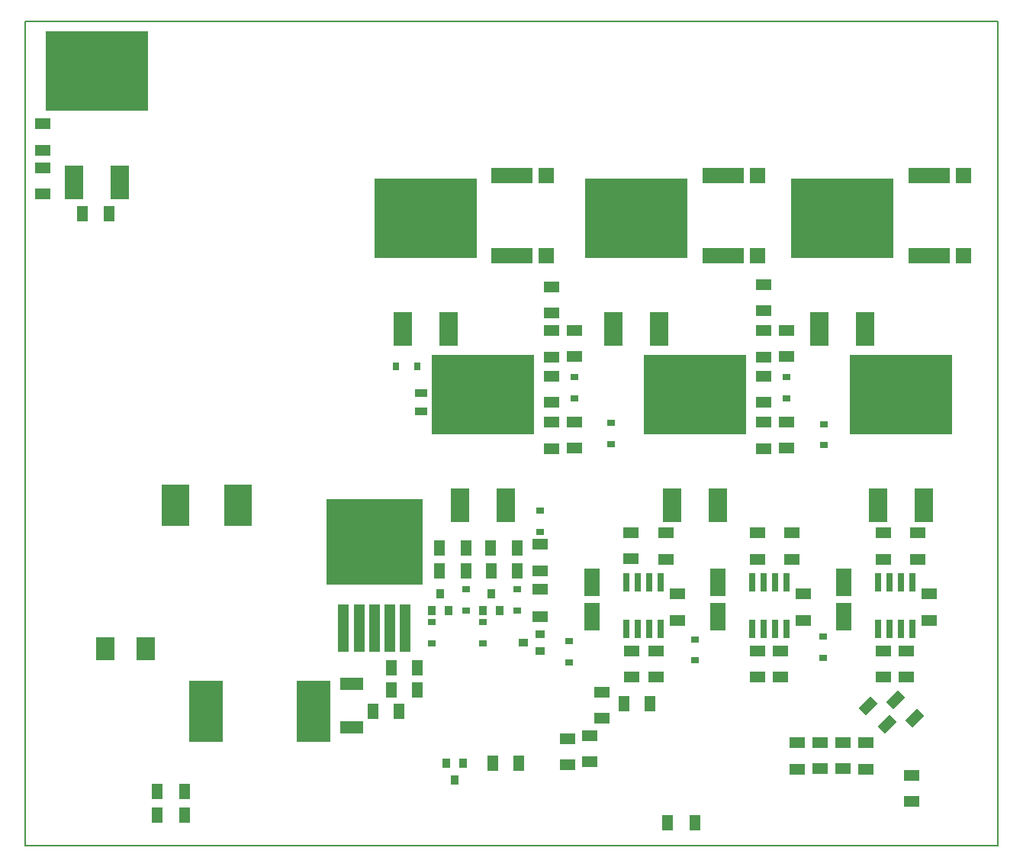
<source format=gbr>
G04 PROTEUS RS274X GERBER FILE*
%FSLAX45Y45*%
%MOMM*%
G01*
%ADD70R,4.572000X1.651000*%
%ADD71R,1.651000X1.651000*%
%ADD21R,1.143000X5.207000*%
%ADD22R,10.744200X9.550400*%
%ADD23R,3.810000X6.858000*%
%ADD24R,2.540000X1.473200*%
%ADD25R,1.143000X1.803400*%
%ADD27R,1.803400X1.143000*%
%ADD28R,0.635000X2.032000*%
%ADD29R,1.651000X3.048000*%
%ADD72R,0.889000X0.635000*%
%ADD73R,0.889000X1.016000*%
%ADD30R,1.016000X0.889000*%
%ADD34R,1.447800X0.939800*%
%ADD35R,11.430000X8.890000*%
%ADD36R,2.032000X3.810000*%
%ADD37R,0.635000X0.889000*%
%AMPPAD032*
4,1,4,
-0.233490,-1.041710,
-1.041710,-0.233490,
0.233490,1.041710,
1.041710,0.233490,
-0.233490,-1.041710,
0*%
%ADD38PPAD032*%
%ADD39R,3.048000X4.572000*%
%ADD40R,2.032000X2.540000*%
%ADD41C,0.203200*%
D70*
X+6667500Y+1016000D03*
X+6667500Y+127000D03*
D71*
X+7048500Y+127000D03*
X+7048500Y+1016000D03*
D70*
X+8953500Y+1016000D03*
X+8953500Y+127000D03*
D71*
X+9334500Y+127000D03*
X+9334500Y+1016000D03*
D70*
X+4318000Y+1016000D03*
X+4318000Y+127000D03*
D71*
X+4699000Y+127000D03*
X+4699000Y+1016000D03*
D21*
X+2453640Y-4000500D03*
X+2623820Y-4000500D03*
X+2794000Y-4000500D03*
X+2964180Y-4000500D03*
X+3134360Y-4000500D03*
D22*
X+2794000Y-3048000D03*
D23*
X+2120900Y-4927600D03*
X+927100Y-4927600D03*
D24*
X+2540000Y-5102800D03*
X+2540000Y-4622800D03*
D25*
X+387842Y-6078500D03*
X+687842Y-6078500D03*
X+3274500Y-4445000D03*
X+2984500Y-4445000D03*
D27*
X+6032500Y-2948500D03*
X+6032500Y-3238500D03*
X+5638800Y-2946400D03*
X+5638800Y-3236400D03*
D28*
X+5588000Y-4013200D03*
X+5715000Y-4013200D03*
X+5842000Y-4013200D03*
X+5969000Y-4013200D03*
X+5969000Y-3492500D03*
X+5842000Y-3492500D03*
X+5715000Y-3492500D03*
X+5588000Y-3492500D03*
X+6985000Y-4013200D03*
X+7112000Y-4013200D03*
X+7239000Y-4013200D03*
X+7366000Y-4013200D03*
X+7366000Y-3492500D03*
X+7239000Y-3492500D03*
X+7112000Y-3492500D03*
X+6985000Y-3492500D03*
X+8382000Y-4013200D03*
X+8509000Y-4013200D03*
X+8636000Y-4013200D03*
X+8763000Y-4013200D03*
X+8763000Y-3492500D03*
X+8636000Y-3492500D03*
X+8509000Y-3492500D03*
X+8382000Y-3492500D03*
D27*
X+7048500Y-2948500D03*
X+7048500Y-3238500D03*
D29*
X+5207000Y-3492500D03*
X+5207000Y-3873500D03*
X+6604000Y-3492500D03*
X+6604000Y-3873500D03*
X+8001000Y-3492500D03*
X+8001000Y-3873500D03*
D72*
X+4953000Y-4381500D03*
X+4953000Y-4146550D03*
X+6350000Y-4362450D03*
X+6350000Y-4127500D03*
X+7778750Y-4330700D03*
X+7778750Y-4095750D03*
D27*
X+6159500Y-3619500D03*
X+6159500Y-3919500D03*
X+7556500Y-3619500D03*
X+7556500Y-3919500D03*
X+8953500Y-3619500D03*
X+8953500Y-3919500D03*
X+7429500Y-2948500D03*
X+7429500Y-3238500D03*
X+8445500Y-2948500D03*
X+8445500Y-3238500D03*
X+8826500Y-2948500D03*
X+8826500Y-3238500D03*
X+5651500Y-4544500D03*
X+5651500Y-4254500D03*
X+5923000Y-4544500D03*
X+5923000Y-4254500D03*
X+7048500Y-4544500D03*
X+7048500Y-4254500D03*
X+5016500Y-698500D03*
X+5016500Y-988500D03*
X+4762500Y-218000D03*
X+4762500Y-508000D03*
X+5016500Y-1714500D03*
X+5016500Y-2004500D03*
X+4762500Y-1206500D03*
X+4762500Y-1496500D03*
X+4762500Y-698500D03*
X+4762500Y-998500D03*
X+4762500Y-1714500D03*
X+4762500Y-2014500D03*
X+7112000Y-698500D03*
X+7112000Y-998500D03*
X+7112000Y-1714500D03*
X+7112000Y-2014500D03*
X+7366000Y-698500D03*
X+7366000Y-988500D03*
X+7112000Y-190500D03*
X+7112000Y-480500D03*
X+7366000Y-1714500D03*
X+7366000Y-2004500D03*
X+7112000Y-1206500D03*
X+7112000Y-1496500D03*
D73*
X+3522980Y-3619500D03*
X+3429000Y-3810000D03*
X+3616960Y-3810000D03*
X+4094480Y-3619500D03*
X+4000500Y-3810000D03*
X+4188460Y-3810000D03*
D30*
X+4445000Y-4160520D03*
X+4635500Y-4254500D03*
X+4635500Y-4066540D03*
D72*
X+3810000Y-3575050D03*
X+3810000Y-3810000D03*
X+3429000Y-3937000D03*
X+3429000Y-4171950D03*
X+4381500Y-3575050D03*
X+4381500Y-3810000D03*
X+4000500Y-3937000D03*
X+4000500Y-4171950D03*
D25*
X+3520000Y-3365500D03*
X+3810000Y-3365500D03*
X+3520000Y-3111500D03*
X+3810000Y-3111500D03*
X+4381500Y-3365500D03*
X+4091500Y-3365500D03*
D27*
X+4635500Y-3075500D03*
X+4635500Y-3365500D03*
X+4635500Y-3873500D03*
X+4635500Y-3573500D03*
D25*
X+4381500Y-3111500D03*
X+4081500Y-3111500D03*
D27*
X+8699500Y-4544500D03*
X+8699500Y-4254500D03*
D25*
X+6350000Y-6159500D03*
X+6050000Y-6159500D03*
D27*
X+8245500Y-5570500D03*
X+8245500Y-5270500D03*
X+7483500Y-5570499D03*
X+7483500Y-5270500D03*
X+7302500Y-4544500D03*
X+7302500Y-4254500D03*
X+8445500Y-4544500D03*
X+8445500Y-4254500D03*
X+8753500Y-5635301D03*
X+8753500Y-5925301D03*
X+7991500Y-5270500D03*
X+7991500Y-5560500D03*
X+7737500Y-5270500D03*
X+7737500Y-5560500D03*
D34*
X+3314700Y-1395119D03*
X+3314700Y-1595119D03*
D35*
X+3365500Y+546100D03*
D36*
X+3111500Y-685800D03*
X+3619500Y-685800D03*
D35*
X+4000500Y-1409700D03*
D36*
X+3746500Y-2641600D03*
X+4254500Y-2641600D03*
D35*
X+5702300Y+546100D03*
D36*
X+5448300Y-685800D03*
X+5956300Y-685800D03*
D35*
X+6350000Y-1409700D03*
D36*
X+6096000Y-2641600D03*
X+6604000Y-2641600D03*
D35*
X+7988300Y+546100D03*
D36*
X+7734300Y-685800D03*
X+8242300Y-685800D03*
D35*
X+8636000Y-1409700D03*
D36*
X+8382000Y-2641600D03*
X+8890000Y-2641600D03*
D25*
X+3274500Y-4686300D03*
X+2984500Y-4686300D03*
X+2781300Y-4927600D03*
X+3071300Y-4927600D03*
X+385800Y-5816600D03*
X+685800Y-5816600D03*
D72*
X+4635500Y-2933700D03*
X+4635500Y-2698750D03*
D37*
X+3270250Y-1100000D03*
X+3035300Y-1100000D03*
D72*
X+5016500Y-1219200D03*
X+5016500Y-1454150D03*
X+5422900Y-1962150D03*
X+5422900Y-1727200D03*
X+7366000Y-1219200D03*
X+7366000Y-1454150D03*
X+7785100Y-1974850D03*
X+7785100Y-1739900D03*
D38*
X+8788400Y-5003800D03*
X+8583339Y-4798739D03*
X+8483600Y-5067300D03*
X+8278539Y-4862239D03*
D27*
X+4940300Y-5232400D03*
X+4940300Y-5522400D03*
X+5181600Y-5194300D03*
X+5181600Y-5484300D03*
D25*
X+5562600Y-4838700D03*
X+5852600Y-4838700D03*
D27*
X+5321300Y-5001700D03*
X+5321300Y-4711700D03*
D35*
X-288358Y+2174307D03*
D36*
X-542358Y+942407D03*
X-34358Y+942407D03*
D73*
X+3688080Y-5689600D03*
X+3782060Y-5499100D03*
X+3594100Y-5499100D03*
D25*
X-442400Y+596900D03*
X-152400Y+596900D03*
X+4110000Y-5500000D03*
X+4400000Y-5500000D03*
D27*
X-889000Y+1104900D03*
X-889000Y+814900D03*
X-889000Y+1595400D03*
X-889000Y+1295400D03*
D39*
X+1284200Y-2641600D03*
X+584200Y-2641600D03*
D40*
X-187960Y-4229100D03*
X+254000Y-4229100D03*
D41*
X-1079500Y-6413500D02*
X+9715500Y-6413500D01*
X+9715500Y+2730500D01*
X-1079500Y+2730500D01*
X-1079500Y-6413500D01*
M02*

</source>
